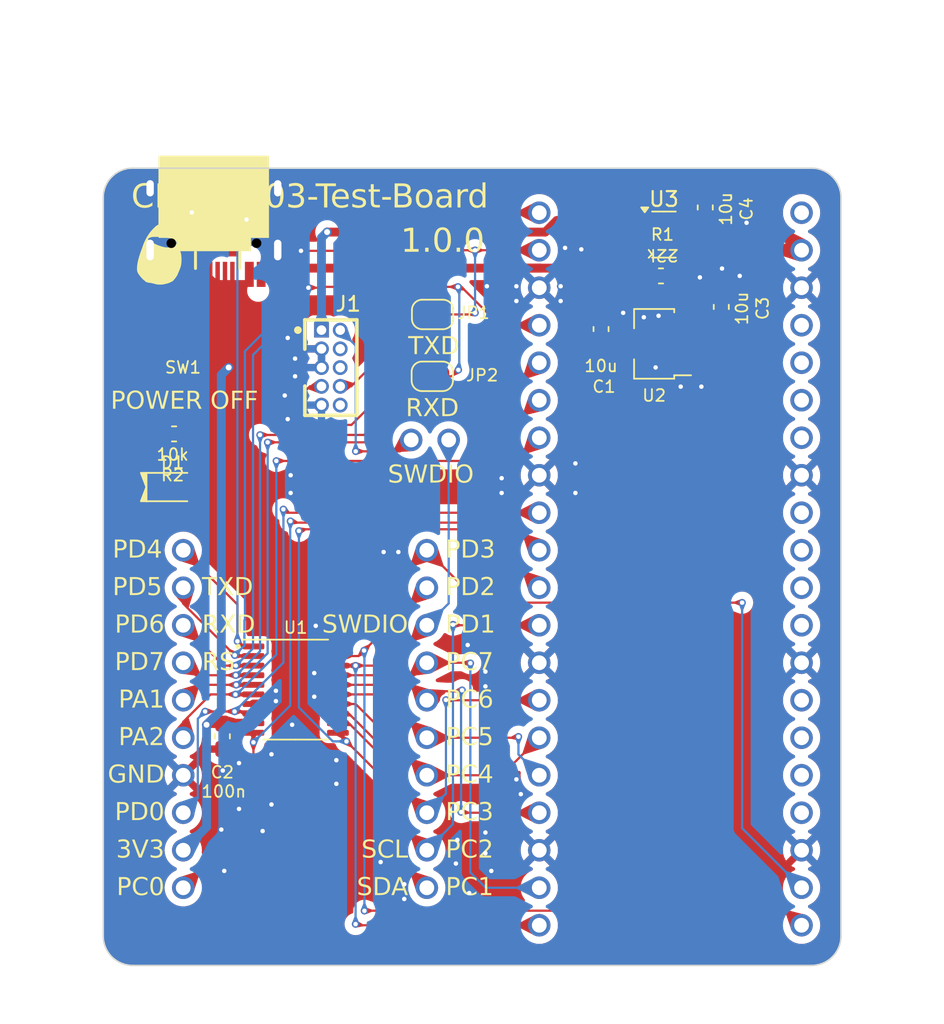
<source format=kicad_pcb>
(kicad_pcb (version 20240108) (generator "pcbnew") (generator_version "8.0")
  (title_block (rev "1.0.0"))
  (layers (0 "F.Cu" signal) (31 "B.Cu" signal) (34 "B.Paste" user) (35 "F.Paste" user) (36 "B.SilkS" user "B.Silkscreen") (37 "F.SilkS" user "F.Silkscreen") (38 "B.Mask" user) (39 "F.Mask" user) (44 "Edge.Cuts" user))
  (net 0 "")
  (net 1 "GND")
  (net 2 "+5V")
  (net 3 "/PD4")
  (net 4 "/PD7")
  (net 5 "/PA1")
  (net 6 "/PD0")
  (net 7 "/PD5")
  (net 8 "/PC0")
  (net 9 "/PA2")
  (net 10 "/PD6")
  (net 11 "/PC4")
  (net 12 "/PC1")
  (net 13 "/PD1")
  (net 14 "/PD3")
  (net 15 "/PC6")
  (net 16 "/PD2")
  (net 17 "/PC5")
  (net 18 "/PC3")
  (net 19 "/PC2")
  (net 20 "/PC7")
  (net 33 "/SWD_TXD")
  (net 36 "/SWD_SWDIO")
  (net 37 "/SWD_RXD")
  (net 39 "+3V3")
  (net 40 "VBUS")
  (net 41 "Net-(U3-EN#)")
  (net 42 "Net-(U3-ISET)")
  (net 44 "Net-(D1-A)")
  (footprint "74th:Capacitor_0603_1608_WithSizeText" (layer "F.Cu") (at 94.8875 39.5 90)
    (property "Reference" "C3")
    (property "Value" "10u" (hide yes))
  )
  (footprint "Package_TO_SOT_SMD:SOT-23-6" (layer "F.Cu") (at 91 34.5)
    (property "Reference" "U3")
    (property "Value" "CH217K")
  )
  (footprint "74th:PinOut_Pin_10" (layer "F.Cu") (at 74.93 55.88 -90)
    (property "Reference" "CH2" (hide yes))
    (property "Value" "Pin_10" (hide yes))
  )
  (footprint "74th:Connector_USB-C-Receptacle_SMT_12-Pin_Simple" (layer "F.Cu") (at 60.5 31.465 180)
    (property "Reference" "J2" (hide yes))
    (property "Value" "USB2.0-C_SMT")
  )
  (footprint "74th:Capacitor_0603_1608_WithSizeText" (layer "F.Cu") (at 57.7 48)
    (property "Reference" "R2")
    (property "Value" "10k" (hide yes))
  )
  (footprint "74th:SolderJumper-2" (layer "F.Cu") (at 75.32 39.91 180)
    (property "Reference" "JP1")
    (property "Value" "SWD TXD")
  )
  (footprint "74th:Package_SOT-89-3" (layer "F.Cu") (at 90.3375 41.9 180)
    (property "Reference" "U2")
    (property "Value" "AMS1117")
  )
  (footprint "74th:Capacitor_0603_1608_WithSizeText" (layer "F.Cu") (at 61.07 68.3825 -90)
    (property "Reference" "C2")
    (property "Value" "100n" (hide yes))
  )
  (footprint "74th:PinOut_Pin_20" (layer "F.Cu") (at 82.55 33.02 -90)
    (property "Reference" "CH6" (hide yes))
    (property "Value" "Pin_19" (hide yes))
  )
  (footprint "74th:Switch_SKRPABE010" (layer "F.Cu") (at 58.4 43.5)
    (property "Reference" "SW1")
    (property "Value" "SW_Push" (hide yes))
  )
  (footprint "74th:PinOut_Pin_2" (layer "F.Cu") (at 76.41 48.41 180)
    (property "Reference" "JP3" (hide yes))
    (property "Value" "SWD SWDIO")
  )
  (footprint "74th:PinOut_Pin_20" (layer "F.Cu") (at 100.33 33.02 -90)
    (property "Reference" "CH5" (hide yes))
    (property "Value" "Pin_19" (hide yes))
  )
  (footprint "74th:Capacitor_0603_1608_WithSizeText" (layer "F.Cu") (at 90.9 37.3 180)
    (property "Reference" "R1")
    (property "Value" "22k" (hide yes))
  )
  (footprint "74th:PinOut_Pin_10" (layer "F.Cu") (at 58.42 55.88 -90)
    (property "Reference" "CH1" (hide yes))
    (property "Value" "Pin_10" (hide yes))
  )
  (footprint "74th:Package_TSSOP-20_4.4x6.5mm_P0.65mm" (layer "F.Cu") (at 66.04 65.32)
    (property "Reference" "U1")
    (property "Value" "CH32V003F4P6")
  )
  (footprint "74th:Logo_74th_5mm" (layer "F.Cu") (at 57 36)
    (property "Reference" "MISC-ICON" (hide yes))
    (property "Value" "LOGO" (hide yes))
  )
  (footprint "74th:Connector_HalfPinHeader_SWD" (layer "F.Cu") (at 67.79 40.97)
    (property "Reference" "J1")
    (property "Value" "SWD_10Pin_MCU-Side" (hide yes))
  )
  (footprint "74th:Capacitor_0603_1608_WithSizeText" (layer "F.Cu") (at 86.7375 41 90)
    (property "Reference" "C1")
    (property "Value" "10u" (hide yes))
  )
  (footprint "74th:LED_0805_2012" (layer "F.Cu") (at 57.7 51.6)
    (property "Reference" "D1")
    (property "Value" "LED" (hide yes))
  )
  (footprint "74th:SolderJumper-2" (layer "F.Cu") (at 75.3 44.1 180)
    (property "Reference" "JP2")
    (property "Value" "SWD RXD")
  )
  (footprint "74th:Capacitor_0603_1608_WithSizeText" (layer "F.Cu") (at 93.8 32.7625 90)
    (property "Reference" "C4")
    (property "Value" "10u" (hide yes))
  )
  (gr_line (start 101 30) (end 55 30) (stroke (width 0.1)) (layer "Edge.Cuts"))
  (gr_arc (start 55 84) (mid 53.585786 83.414214) (end 53 82) (stroke (width 0.1)) (layer "Edge.Cuts"))
  (gr_line (start 55 84) (end 101 84) (stroke (width 0.1)) (layer "Edge.Cuts"))
  (gr_line (start 103 32) (end 103 82) (stroke (width 0.1)) (layer "Edge.Cuts"))
  (gr_line (start 53 82) (end 53 32) (stroke (width 0.1)) (layer "Edge.Cuts"))
  (gr_arc (start 101 30) (mid 102.414214 30.585786) (end 103 32) (stroke (width 0.1)) (layer "Edge.Cuts"))
  (gr_arc (start 103 82) (mid 102.414214 83.414214) (end 101 84) (stroke (width 0.1)) (layer "Edge.Cuts"))
  (gr_arc (start 53 32) (mid 53.585786 30.585786) (end 55 30) (stroke (width 0.1)) (layer "Edge.Cuts"))
  (gr_text "3V3" (at 57.15 76.2 0) (layer "F.SilkS") (effects (font (size 1.2 1.2) (thickness 0.12)) (justify right)))
  (gr_text "PD1" (at 76.2 60.96 0) (layer "F.SilkS") (effects (font (size 1.2 1.2) (thickness 0.12)) (justify left)))
  (gr_text "SWDIO" (at 73.66 60.96 0) (layer "F.SilkS") (effects (font (size 1.2 1.2) (thickness 0.12)) (justify right)))
  (gr_text "GND" (at 57.15 71.12 0) (layer "F.SilkS") (effects (font (size 1.2 1.2) (thickness 0.12)) (justify right)))
  (gr_text "PA2" (at 57.15 68.58 0) (layer "F.SilkS") (effects (font (size 1.2 1.2) (thickness 0.12)) (justify right)))
  (gr_text "PD0" (at 57.15 73.66 0) (layer "F.SilkS") (effects (font (size 1.2 1.2) (thickness 0.12)) (justify right)))
  (gr_text "PD5" (at 57 58.42 0) (layer "F.SilkS") (effects (font (size 1.2 1.2) (thickness 0.12)) (justify right)))
  (gr_text "PC5" (at 76.2 68.58 0) (layer "F.SilkS") (effects (font (size 1.2 1.2) (thickness 0.12)) (justify left)))
  (gr_text "PD3" (at 76.2 55.88 0) (layer "F.SilkS") (effects (font (size 1.2 1.2) (thickness 0.12)) (justify left)))
  (gr_text "PC2" (at 76.2 76.2 0) (layer "F.SilkS") (effects (font (size 1.2 1.2) (thickness 0.12)) (justify left)))
  (gr_text "TXD" (at 59.69 58.42 0) (layer "F.SilkS") (effects (font (size 1.2 1.2) (thickness 0.12)) (justify left)))
  (gr_text "TXD" (at 75.4 42.1 0) (layer "F.SilkS") (effects (font (size 1.2 1.2) (thickness 0.12))))
  (gr_text "SCL" (at 73.66 76.2 0) (layer "F.SilkS") (effects (font (size 1.2 1.2) (thickness 0.12)) (justify right)))
  (gr_text "CH32V003-Test-Board" (at 67 32 0) (layer "F.SilkS") (effects (font (size 1.6 1.6) (thickness 0.12))))
  (gr_text "RXD" (at 75.3 46.3 0) (layer "F.SilkS") (effects (font (size 1.2 1.2) (thickness 0.12))))
  (gr_text "PC7" (at 76.2 63.5 0) (layer "F.SilkS") (effects (font (size 1.2 1.2) (thickness 0.12)) (justify left)))
  (gr_text "PD2" (at 76.2 58.42 0) (layer "F.SilkS") (effects (font (size 1.2 1.2) (thickness 0.12)) (justify left)))
  (gr_text "PC0" (at 57.15 78.74 0) (layer "F.SilkS") (effects (font (size 1.2 1.2) (thickness 0.12)) (justify right)))
  (gr_text "PC4" (at 76.2 71.12 0) (layer "F.SilkS") (effects (font (size 1.2 1.2) (thickness 0.12)) (justify left)))
  (gr_text "SDA" (at 73.66 78.74 0) (layer "F.SilkS") (effects (font (size 1.2 1.2) (thickness 0.12)) (justify right)))
  (gr_text "PD6" (at 57.15 60.96 0) (layer "F.SilkS") (effects (font (size 1.2 1.2) (thickness 0.12)) (justify right)))
  (gr_text "RS" (at 59.69 63.5 0) (layer "F.SilkS") (effects (font (size 1.2 1.2) (thickness 0.12)) (justify left)))
  (gr_text "PA1" (at 57.15 66.04 0) (layer "F.SilkS") (effects (font (size 1.2 1.2) (thickness 0.12)) (justify right)))
  (gr_text "PC6" (at 76.2 66.04 0) (layer "F.SilkS") (effects (font (size 1.2 1.2) (thickness 0.12)) (justify left)))
  (gr_text "SWDIO" (at 75.2 50.8 0) (layer "F.SilkS") (effects (font (size 1.2 1.2) (thickness 0.12))))
  (gr_text "PC1" (at 76.2 78.74 0) (layer "F.SilkS") (effects (font (size 1.2 1.2) (thickness 0.12)) (justify left)))
  (gr_text "PC3" (at 76.2 73.66 0) (layer "F.SilkS") (effects (font (size 1.2 1.2) (thickness 0.12)) (justify left)))
  (gr_text "${REVISION}" (at 76 35 0) (layer "F.SilkS") (effects (font (size 1.6 1.6) (thickness 0.12))))
  (gr_text "PD7" (at 57.15 63.5 0) (layer "F.SilkS") (effects (font (size 1.2 1.2) (thickness 0.12)) (justify right)))
  (gr_text "RXD" (at 59.69 60.96 0) (layer "F.SilkS") (effects (font (size 1.2 1.2) (thickness 0.12)) (justify left)))
  (gr_text "PD4" (at 57 55.88 0) (layer "F.SilkS") (effects (font (size 1.2 1.2) (thickness 0.12)) (justify right)))
  (segment (start 63.1775 66.295) (end 64.505 66.295) (width 0.6) (layer "F.Cu") (net 1))
  (segment (start 64.505 66.295) (end 64.7 66.1) (width 0.6) (layer "F.Cu") (net 1))
  (via (at 79 38) (size 0.5) (drill 0.3) (layers "F.Cu" "B.Cu") (net 1))
  (via (at 85 52) (size 0.5) (drill 0.3) (layers "F.Cu" "B.Cu") (net 1))
  (via (at 96.6 33.7) (size 0.5) (drill 0.3) (layers "F.Cu" "B.Cu") (net 1))
  (via (at 65.8 67.7) (size 0.5) (drill 0.3) (layers "F.Cu" "B.Cu") (net 1))
  (via (at 78.9 76.4) (size 0.5) (drill 0.3) (layers "F.Cu" "B.Cu") (net 1))
  (via (at 67.3 64.2) (size 0.5) (drill 0.3) (layers "F.Cu" "B.Cu") (net 1))
  (via (at 67.3 65.8) (size 0.5) (drill 0.3) (layers "F.Cu" "B.Cu") (net 1))
  (via (at 62.2 73.4) (size 0.5) (drill 0.3) (layers "F.Cu" "B.Cu") (net 1))
  (via (at 78.9 64.1) (size 0.5) (drill 0.3) (layers "F.Cu" "B.Cu") (net 1))
  (via (at 65.7 52) (size 0.5) (drill 0.3) (layers "F.Cu" "B.Cu") (net 1))
  (via (at 65.5 41.5) (size 0.5) (drill 0.3) (layers "F.Cu" "B.Cu") (net 1))
  (via (at 80 51) (size 0.5) (drill 0.3) (layers "F.Cu" "B.Cu") (net 1))
  (via (at 81 39) (size 0.5) (drill 0.3) (layers "F.Cu" "B.Cu") (net 1))
  (via (at 84 38) (size 0.5) (drill 0.3) (layers "F.Cu" "B.Cu") (net 1))
  (via (at 61.1 70.8) (size 0.5) (drill 0.3) (layers "F.Cu" "B.Cu") (net 1))
  (via (at 96.1375 37.3) (size 0.5) (drill 0.3) (layers "F.Cu" "B.Cu") (net 1))
  (via (at 89.6375 40.1) (size 0.5) (drill 0.3) (layers "F.Cu" "B.Cu") (net 1))
  (via (at 81.3 72.4) (size 0.5) (drill 0.3) (layers "F.Cu" "B.Cu") (net 1))
  (via (at 64.7 66.1) (size 0.5) (drill 0.3) (layers "F.Cu" "B.Cu") (net 1))
  (via (at 92.1375 44.8) (size 0.5) (drill 0.3) (layers "F.Cu" "B.Cu") (net 1))
  (via (at 78.9 65.1) (size 0.5) (drill 0.3) (layers "F.Cu" "B.Cu") (net 1))
  (via (at 63.8 74.9) (size 0.5) (drill 0.3) (layers "F.Cu" "B.Cu") (net 1))
  (via (at 84.3 35.4) (size 0.5) (drill 0.3) (layers "F.Cu" "B.Cu") (net 1))
  (via (at 94.9375 36.8) (size 0.5) (drill 0.3) (layers "F.Cu" "B.Cu") (net 1))
  (via (at 77.7 62.3) (size 0.5) (drill 0.3) (layers "F.Cu" "B.Cu") (net 1))
  (via (at 67.4 61) (size 0.5) (drill 0.3) (layers "F.Cu" "B.Cu") (net 1))
  (via (at 73.4 78.5) (size 0.5) (drill 0.3) (layers "F.Cu" "B.Cu") (net 1))
  (via (at 65.7 50.8) (size 0.5) (drill 0.3) (layers "F.Cu" "B.Cu") (net 1))
  (via (at 71.8 77) (size 0.5) (drill 0.3) (layers "F.Cu" "B.Cu") (net 1))
  (via (at 59 33) (size 0.5) (drill 0.3) (layers "F.Cu" "B.Cu") (net 1))
  (via (at 81 71.4) (size 0.5) (drill 0.3) (layers "F.Cu" "B.Cu") (net 1))
  (via (at 88.2375 39.8) (size 0.5) (drill 0.3) (layers "F.Cu" "B.Cu") (net 1))
  (via (at 73.4 79.5) (size 0.5) (drill 0.3) (layers "F.Cu" "B.Cu") (net 1))
  (via (at 72 56) (size 0.5) (drill 0.3) (layers "F.Cu" "B.Cu") (net 1))
  (via (at 90.4375 43.5) (size 0.5) (drill 0.3) (layers "F.Cu" "B.Cu") (net 1))
  (via (at 66 44.1) (size 0.5) (drill 0.3) (layers "F.Cu" "B.Cu") (net 1))
  (via (at 64.4 69.7) (size 0.5) (drill 0.3) (layers "F.Cu" "B.Cu") (net 1))
  (via (at 62.2 70.3) (size 0.5) (drill 0.3) (layers "F.Cu" "B.Cu") (net 1))
  (via (at 80 52) (size 0.5) (drill 0.3) (layers "F.Cu" "B.Cu") (net 1))
  (via (at 90.6375 40) (size 0.5) (drill 0.3) (layers "F.Cu" "B.Cu") (net 1))
  (via (at 93.4375 37.4) (size 0.5) (drill 0.3) (layers "F.Cu" "B.Cu") (net 1))
  (via (at 79.3 77.6) (size 0.5) (drill 0.3) (layers "F.Cu" "B.Cu") (net 1))
  (via (at 65.5 47) (size 0.5) (drill 0.3) (layers "F.Cu" "B.Cu") (net 1))
  (via (at 64.7 65.4) (size 0.5) (drill 0.3) (layers "F.Cu" "B.Cu") (net 1))
  (via (at 85.4 35.5) (size 0.5) (drill 0.3) (layers "F.Cu" "B.Cu") (net 1))
  (via (at 93.5375 44.8) (size 0.5) (drill 0.3) (layers "F.Cu" "B.Cu") (net 1))
  (via (at 61.2 77.6) (size 0.5) (drill 0.3) (layers "F.Cu" "B.Cu") (net 1))
  (via (at 76.9 77.1) (size 0.5) (drill 0.3) (layers "F.Cu" "B.Cu") (net 1))
  (via (at 81 38) (size 0.5) (drill 0.3) (layers "F.Cu" "B.Cu") (net 1))
  (via (at 66 42.9) (size 0.5) (drill 0.3) (layers "F.Cu" "B.Cu") (net 1))
  (via (at 77.8 79.1) (size 0.5) (drill 0.3) (layers "F.Cu" "B.Cu") (net 1))
  (via (at 77 75.5) (size 0.5) (drill 0.3) (layers "F.Cu" "B.Cu") (net 1))
  (via (at 85 50) (size 0.5) (drill 0.3) (layers "F.Cu" "B.Cu") (net 1))
  (via (at 64.4 73.1) (size 0.5) (drill 0.3) (layers "F.Cu" "B.Cu") (net 1))
  (via (at 61 74.8) (size 0.5) (drill 0.3) (layers "F.Cu" "B.Cu") (net 1))
  (via (at 68.8 70.1) (size 0.5) (drill 0.3) (layers "F.Cu" "B.Cu") (net 1))
  (via (at 78.9 75) (size 0.5) (drill 0.3) (layers "F.Cu" "B.Cu") (net 1))
  (via (at 73 56) (size 0.5) (drill 0.3) (layers "F.Cu" "B.Cu") (net 1))
  (via (at 68.8 71.7) (size 0.5) (drill 0.3) (layers "F.Cu" "B.Cu") (net 1))
  (via (at 84 39) (size 0.5) (drill 0.3) (layers "F.Cu" "B.Cu") (net 1))
  (via (at 65.3 45.4) (size 0.5) (drill 0.3) (layers "F.Cu" "B.Cu") (net 1))
  (segment (start 92.425 40.2625) (end 92.2875 40.4) (width 0.6) (layer "F.Cu") (net 2))
  (segment (start 94.8875 40.2625) (end 92.425 40.2625) (width 0.6) (layer "F.Cu") (net 2))
  (segment (start 86.8 33.8) (end 87.05 33.55) (width 0.6) (layer "F.Cu") (net 2))
  (segment (start 86.8 37.8) (end 86.8 33.8) (width 0.6) (layer "F.Cu") (net 2))
  (segment (start 87.73 38.73) (end 86.8 37.8) (width 0.6) (layer "F.Cu") (net 2))
  (segment (start 94.79 40.2625) (end 93.2575 38.73) (width 0.6) (layer "F.Cu") (net 2))
  (segment (start 93.2575 38.73) (end 87.73 38.73) (width 0.6) (layer "F.Cu") (net 2))
  (segment (start 94.8875 40.2625) (end 94.79 40.2625) (width 0.6) (layer "F.Cu") (net 2))
  (segment (start 87.05 33.55) (end 89.8625 33.55) (width 0.6) (layer "F.Cu") (net 2))
  (segment (start 62.091634 59.551634) (end 58.42 55.88) (width 0.15) (layer "F.Cu") (net 3))
  (segment (start 63.1775 62.395) (end 62.440001 62.395) (width 0.15) (layer "F.Cu") (net 3))
  (segment (start 62.091634 62.046633) (end 62.091634 59.551634) (width 0.15) (layer "F.Cu") (net 3))
  (segment (start 62.71 33.48) (end 63.17 33.02) (width 0.15) (layer "F.Cu") (net 3))
  (segment (start 62.440001 62.395) (end 62.091634 62.046633) (width 0.15) (layer "F.Cu") (net 3))
  (segment (start 63.17 33.02) (end 82.55 33.02) (width 0.15) (layer "F.Cu") (net 3))
  (via (at 62.091634 62.046633) (size 0.5) (drill 0.3) (layers "F.Cu" "B.Cu") (net 3))
  (via (at 62.71 33.48) (size 0.5) (drill 0.3) (layers "F.Cu" "B.Cu") (net 3))
  (segment (start 62.71 33.48) (end 62.091634 34.098366) (width 0.15) (layer "B.Cu") (net 3))
  (segment (start 62.091634 34.098366) (end 62.091634 62.046633) (width 0.15) (layer "B.Cu") (net 3))
  (segment (start 79.47 46.26) (end 72.48 46.26) (width 0.15) (layer "F.Cu") (net 4))
  (segment (start 72.48 46.26) (end 70.67 48.07) (width 0.15) (layer "F.Cu") (net 4))
  (segment (start 82.55 43.18) (end 79.47 46.26) (width 0.15) (layer "F.Cu") (net 4))
  (segment (start 70.67 48.07) (end 63.625 48.07) (width 0.15) (layer "F.Cu") (net 4))
  (segment (start 61.98 64.345) (end 59.265 64.345) (width 0.15) (layer "F.Cu") (net 4))
  (segment (start 63.1775 64.345) (end 61.98 64.345) (width 0.15) (layer "F.Cu") (net 4))
  (segment (start 59.265 64.345) (end 58.42 63.5) (width 0.15) (layer "F.Cu") (net 4))
  (via (at 63.625 48.07) (size 0.5) (drill 0.3) (layers "F.Cu" "B.Cu") (net 4))
  (via (at 61.98 64.345) (size 0.5) (drill 0.3) (layers "F.Cu" "B.Cu") (net 4))
  (segment (start 63.625 48.07) (end 63.625 62.721752) (width 0.15) (layer "B.Cu") (net 4))
  (segment (start 62.001752 64.345) (end 61.98 64.345) (width 0.15) (layer "B.Cu") (net 4))
  (segment (start 63.625 62.721752) (end 62.001752 64.345) (width 0.15) (layer "B.Cu") (net 4))
  (segment (start 73.24 46.7) (end 71.37 48.57) (width 0.15) (layer "F.Cu") (net 5))
  (segment (start 71.37 48.57) (end 64.14 48.57) (width 0.15) (layer "F.Cu") (net 5))
  (segment (start 81.57 46.7) (end 73.24 46.7) (width 0.15) (layer "F.Cu") (net 5))
  (segment (start 59.465 64.995) (end 58.42 66.04) (width 0.15) (layer "F.Cu") (net 5))
  (segment (start 62.01 64.995) (end 59.465 64.995) (width 0.15) (layer "F.Cu") (net 5))
  (segment (start 82.55 45.72) (end 81.57 46.7) (width 0.15) (layer "F.Cu") (net 5))
  (segment (start 63.1775 64.995) (end 62.01 64.995) (width 0.15) (layer "F.Cu") (net 5))
  (via (at 62.01 64.995) (size 0.5) (drill 0.3) (layers "F.Cu" "B.Cu") (net 5))
  (via (at 64.14 48.57) (size 0.5) (drill 0.3) (layers "F.Cu" "B.Cu") (net 5))
  (segment (start 64.14 48.57) (end 64.14 62.856752) (width 0.15) (layer "B.Cu") (net 5))
  (segment (start 62.01 64.986752) (end 62.01 64.995) (width 0.15) (layer "B.Cu") (net 5))
  (segment (start 64.14 62.856752) (end 62.01 64.986752) (width 0.15) (layer "B.Cu") (net 5))
  (segment (start 65.205 53.11) (end 65.435 53.34) (width 0.15) (layer "F.Cu") (net 6))
  (segment (start 61.9 66.8) (end 59.9 66.8) (width 0.15) (layer "F.Cu") (net 6))
  (segment (start 63.0325 66.8) (end 61.9 66.8) (width 0.15) (layer "F.Cu") (net 6))
  (segment (start 65.435 53.34) (end 82.55 53.34) (width 0.15) (layer "F.Cu") (net 6))
  (segment (start 63.1775 66.945) (end 63.0325 66.8) (width 0.15) (layer "F.Cu") (net 6))
  (via (at 59.9 66.8) (size 0.5) (drill 0.3) (layers "F.Cu" "B.Cu") (net 6))
  (via (at 61.9 66.8) (size 0.5) (drill 0.3) (layers "F.Cu" "B.Cu") (net 6))
  (via (at 65.205 53.11) (size 0.5) (drill 0.3) (layers "F.Cu" "B.Cu") (net 6))
  (segment (start 65.21 53.115) (end 65.21 63.49) (width 0.15) (layer "B.Cu") (net 6))
  (segment (start 59.407 72.673) (end 58.42 73.66) (width 0.15) (layer "B.Cu") (net 6))
  (segment (start 59.9 66.8) (end 59.407 67.293) (width 0.15) (layer "B.Cu") (net 6))
  (segment (start 65.205 53.11) (end 65.21 53.115) (width 0.15) (layer "B.Cu") (net 6))
  (segment (start 59.407 67.293) (end 59.407 72.673) (width 0.15) (layer "B.Cu") (net 6))
  (segment (start 65.21 63.49) (end 61.9 66.8) (width 0.15) (layer "B.Cu") (net 6))
  (segment (start 58.42 59.49763) (end 58.42 58.42) (width 0.15) (layer "F.Cu") (net 7))
  (segment (start 61.911185 62.988815) (end 58.42 59.49763) (width 0.15) (layer "F.Cu") (net 7))
  (segment (start 69.4 35.6) (end 69.44 35.56) (width 0.15) (layer "F.Cu") (net 7))
  (segment (start 75.97 39.91) (end 78.09 39.91) (width 0.15) (layer "F.Cu") (net 7))
  (segment (start 78.2 35.56) (end 82.55 35.56) (width 0.15) (layer "F.Cu") (net 7))
  (segment (start 63.1775 63.045) (end 61.96737 63.045) (width 0.15) (layer "F.Cu") (net 7))
  (segment (start 78.09 39.91) (end 78.2 39.8) (width 0.15) (layer "F.Cu") (net 7))
  (segment (start 69.44 35.56) (end 78.2 35.56) (width 0.15) (layer "F.Cu") (net 7))
  (segment (start 66.4 35.6) (end 69.4 35.6) (width 0.15) (layer "F.Cu") (net 7))
  (segment (start 61.96737 63.045) (end 61.911185 62.988815) (width 0.15) (layer "F.Cu") (net 7))
  (via (at 66.4 35.6) (size 0.5) (drill 0.3) (layers "F.Cu" "B.Cu") (net 7))
  (via (at 61.911185 62.988815) (size 0.5) (drill 0.3) (layers "F.Cu" "B.Cu") (net 7))
  (via (at 78.2 35.56) (size 0.5) (drill 0.3) (layers "F.Cu" "B.Cu") (net 7))
  (via (at 78.2 39.8) (size 0.5) (drill 0.3) (layers "F.Cu" "B.Cu") (net 7))
  (segment (start 62.566634 60.633366) (end 62.566634 62.333366) (width 0.15) (layer "B.Cu") (net 7))
  (segment (start 78.2 39.8) (end 78.2 35.56) (width 0.15) (layer "B.Cu") (net 7))
  (segment (start 66.4 38.6) (end 62.6 42.4) (width 0.15) (layer "B.Cu") (net 7))
  (segment (start 62.6 60.6) (end 62.566634 60.633366) (width 0.15) (layer "B.Cu") (net 7))
  (segment (start 62.566634 62.333366) (end 61.911185 62.988815) (width 0.15) (layer "B.Cu") (net 7))
  (segment (start 62.6 42.4) (end 62.6 60.6) (width 0.15) (layer "B.Cu") (net 7))
  (segment (start 66.4 35.6) (end 66.4 38.6) (width 0.15) (layer "B.Cu") (net 7))
  (segment (start 58.42 78.74) (end 63.1775 73.9825) (width 0.15) (layer "F.Cu") (net 8))
  (segment (start 65.685 53.91) (end 65.785 54.01) (width 0.15) (layer "F.Cu") (net 8))
  (segment (start 65.785 54.01) (end 80.68 54.01) (width 0.15) (layer "F.Cu") (net 8))
  (segment (start 63.1775 68.89) (end 63.1775 68.245) (width 0.15) (layer "F.Cu") (net 8))
  (segment (start 63.1775 73.9825) (end 63.1775 68.89) (width 0.15) (layer "F.Cu") (net 8))
  (segment (start 80.68 54.01) (end 82.55 55.88) (width 0.15) (layer "F.Cu") (net 8))
  (via (at 65.685 53.91) (size 0.5) (drill 0.3) (layers "F.Cu" "B.Cu") (net 8))
  (via (at 63.1775 68.89) (size 0.5) (drill 0.3) (layers "F.Cu" "B.Cu") (net 8))
  (segment (start 65.67 53.925) (end 65.67 66.3975) (width 0.15) (layer "B.Cu") (net 8))
  (segment (start 65.67 66.3975) (end 63.1775 68.89) (width 0.15) (layer "B.Cu") (net 8))
  (segment (start 65.685 53.91) (end 65.67 53.925) (width 0.15) (layer "B.Cu") (net 8))
  (segment (start 58.42 67.50237) (end 60.27737 65.645) (width 0.15) (layer "F.Cu") (net 9))
  (segment (start 80.98 49.83) (end 64.73 49.83) (width 0.15) (layer "F.Cu") (net 9))
  (segment (start 82.55 48.26) (end 80.98 49.83) (width 0.15) (layer "F.Cu") (net 9))
  (segment (start 58.42 68.58) (end 58.42 67.50237) (width 0.15) (layer "F.Cu") (net 9))
  (segment (start 60.27737 65.645) (end 61.96 65.645) (width 0.15) (layer "F.Cu") (net 9))
  (segment (start 61.96 65.645) (end 63.1775 65.645) (width 0.15) (layer "F.Cu") (net 9))
  (via (at 61.96 65.645) (size 0.5) (drill 0.3) (layers "F.Cu" "B.Cu") (net 9))
  (via (at 64.73 49.83) (size 0.5) (drill 0.3) (layers "F.Cu" "B.Cu") (net 9))
  (segment (start 64.73 49.83) (end 64.73 62.946752) (width 0.15) (layer "B.Cu") (net 9))
  (segment (start 64.73 62.946752) (end 62.031752 65.645) (width 0.15) (layer "B.Cu") (net 9))
  (segment (start 62.031752 65.645) (end 61.96 65.645) (width 0.15) (layer "B.Cu") (net 9))
  (segment (start 67.76 38.04) (end 77.04 38.04) (width 0.15) (layer "F.Cu") (net 10))
  (segment (start 76.63 44.1) (end 77.065 43.665) (width 0.15) (layer "F.Cu") (net 10))
  (segment (start 75.95 44.1) (end 76.63 44.1) (width 0.15) (layer "F.Cu") (net 10))
  (segment (start 66.9 38.1) (end 67.7 38.1) (width 0.15) (layer "F.Cu") (net 10))
  (segment (start 61.98 63.695) (end 61.155 63.695) (width 0.15) (layer "F.Cu") (net 10))
  (segment (start 63.1775 63.695) (end 61.98 63.695) (width 0.15) (layer "F.Cu") (net 10))
  (segment (start 79.87 40.64) (end 77.27 38.04) (width 0.15) (layer "F.Cu") (net 10))
  (segment (start 61.155 63.695) (end 58.42 60.96) (width 0.15) (layer "F.Cu") (net 10))
  (segment (start 67.7 38.1) (end 67.76 38.04) (width 0.15) (layer "F.Cu") (net 10))
  (segment (start 77.27 38.04) (end 77.04 38.04) (width 0.15) (layer "F.Cu") (net 10))
  (segment (start 82.55 40.64) (end 79.87 40.64) (width 0.15) (layer "F.Cu") (net 10))
  (via (at 77.065 43.665) (size 0.5) (drill 0.3) (layers "F.Cu" "B.Cu") (net 10))
  (via (at 66.9 38.1) (size 0.5) (drill 0.3) (layers "F.Cu" "B.Cu") (net 10))
  (via (at 61.98 63.695) (size 0.5) (drill 0.3) (layers "F.Cu" "B.Cu") (net 10))
  (via (at 77.04 38.04) (size 0.5) (drill 0.3) (layers "F.Cu" "B.Cu") (net 10))
  (segment (start 77.13 38.13) (end 77.04 38.04) (width 0.15) (layer "B.Cu") (net 10))
  (segment (start 63.15 62.525) (end 61.98 63.695) (width 0.15) (layer "B.Cu") (net 10))
  (segment (start 66.9 38.9) (end 63.15 42.65) (width 0.15) (layer "B.Cu") (net 10))
  (segment (start 77.13 43.6) (end 77.13 38.13) (width 0.15) (layer "B.Cu") (net 10))
  (segment (start 63.15 42.65) (end 63.15 62.525) (width 0.15) (layer "B.Cu") (net 10))
  (segment (start 66.9 38.1) (end 66.9 38.9) (width 0.15) (layer "B.Cu") (net 10))
  (segment (start 68.9025 66.295) (end 70.105 66.295) (width 0.15) (layer "F.Cu") (net 11))
  (segment (start 82.55 68.58) (end 80.01 71.12) (width 0.15) (layer "F.Cu") (net 11))
  (segment (start 80.01 71.12) (end 74.93 71.12) (width 0.15) (layer "F.Cu") (net 11))
  (segment (start 70.105 66.295) (end 74.93 71.12) (width 0.15) (layer "F.Cu") (net 11))
  (segment (start 74.93 78.74) (end 71.9 75.71) (width 0.15) (layer "F.Cu") (net 12))
  (segment (start 82.55 58.42) (end 78.59 54.46) (width 0.15) (layer "F.Cu") (net 12))
  (segment (start 69.48375 68.82625) (end 68.9025 68.245) (width 0.15) (layer "F.Cu") (net 12))
  (segment (start 66.37 54.46) (end 78.59 54.46) (width 0.15) (layer "F.Cu") (net 12))
  (segment (start 71.9 75.71) (end 71.9 71.2425) (width 0.15) (layer "F.Cu") (net 12))
  (segment (start 66.37 54.46) (end 66.26 54.57) (width 0.15) (layer "F.Cu") (net 12))
  (segment (start 71.9 71.2425) (end 69.48375 68.82625) (width 0.15) (layer "F.Cu") (net 12))
  (via (at 69.48375 68.82625) (size 0.5) (drill 0.3) (layers "F.Cu" "B.Cu") (net 12))
  (via (at 66.26 54.57) (size 0.5) (drill 0.3) (layers "F.Cu" "B.Cu") (net 12))
  (segment (start 66.26 54.57) (end 66.26 66.53) (width 0.15) (layer "B.Cu") (net 12))
  (segment (start 68.55625 68.82625) (end 69.48375 68.82625) (width 0.15) (layer "B.Cu") (net 12))
  (segment (start 66.26 66.53) (end 68.55625 68.82625) (width 0.15) (layer "B.Cu") (net 12))
  (segment (start 70.1 63.695) (end 68.9025 63.695) (width 0.15) (layer "F.Cu") (net 13))
  (segment (start 82.55 81.28) (end 70.18 81.28) (width 0.15) (layer "F.Cu") (net 13))
  (segment (start 72.195 63.695) (end 70.1 63.695) (width 0.15) (layer "F.Cu") (net 13))
  (segment (start 74.93 60.96) (end 72.195 63.695) (width 0.15) (layer "F.Cu") (net 13))
  (segment (start 70.18 81.28) (end 70.1 81.2) (width 0.15) (layer "F.Cu") (net 13))
  (via (at 70.1 81.2) (size 0.5) (drill 0.3) (layers "F.Cu" "B.Cu") (net 13))
  (via (at 70.1 63.695) (size 0.5) (drill 0.3) (layers "F.Cu" "B.Cu") (net 13))
  (segment (start 70.1 81.2) (end 70.1 63.695) (width 0.15) (layer "B.Cu") (net 13))
  (segment (start 76.41 59.48) (end 76.41 48.41) (width 0.15) (layer "B.Cu") (net 13))
  (segment (start 74.93 60.96) (end 76.41 59.48) (width 0.15) (layer "B.Cu") (net 13))
  (segment (start 74.93 55.88) (end 78.48 59.43) (width 0.15) (layer "F.Cu") (net 14))
  (segment (start 74.93 55.88) (end 68.9025 61.9075) (width 0.15) (layer "F.Cu") (net 14))
  (segment (start 78.48 59.43) (end 96.3 59.43) (width 0.15) (layer "F.Cu") (net 14))
  (segment (start 68.9025 61.9075) (end 68.9025 62.395) (width 0.15) (layer "F.Cu") (net 14))
  (via (at 96.3 59.43) (size 0.5) (drill 0.3) (layers "F.Cu" "B.Cu") (net 14))
  (segment (start 96.3 59.43) (end 96.3 74.71) (width 0.15) (layer "B.Cu") (net 14))
  (segment (start 96.3 74.71) (end 100.33 78.74) (width 0.15) (layer "B.Cu") (net 14))
  (segment (start 74.93 66.04) (end 73.885 64.995) (width 0.15) (layer "F.Cu") (net 15))
  (segment (start 77.3 73.66) (end 77.25 73.61) (width 0.15) (layer "F.Cu") (net 15))
  (segment (start 77.25 65.43) (end 75.54 65.43) (width 0.15) (layer "F.Cu") (net 15))
  (segment (start 82.55 73.66) (end 77.3 73.66) (width 0.15) (layer "F.Cu") (net 15))
  (segment (start 75.54 65.43) (end 74.93 66.04) (width 0.15) (layer "F.Cu") (net 15))
  (segment (start 73.885 64.995) (end 68.9025 64.995) (width 0.15) (layer "F.Cu") (net 15))
  (segment (start 77.32 65.36) (end 77.25 65.43) (width 0.15) (layer "F.Cu") (net 15))
  (via (at 77.32 65.36) (size 0.5) (drill 0.3) (layers "F.Cu" "B.Cu") (net 15))
  (via (at 77.25 73.61) (size 0.5) (drill 0.3) (layers "F.Cu" "B.Cu") (net 15))
  (segment (start 77.25 73.61) (end 77.25 65.43) (width 0.15) (layer "B.Cu") (net 15))
  (segment (start 77.25 65.43) (end 77.32 65.36) (width 0.15) (layer "B.Cu") (net 15))
  (segment (start 70.305 63.045) (end 70.675 62.675) (width 0.15) (layer "F.Cu") (net 16))
  (segment (start 100.33 81.28) (end 99.343 80.293) (width 0.15) (layer "F.Cu") (net 16))
  (segment (start 70.675 62.675) (end 74.93 58.42) (width 0.15) (layer "F.Cu") (net 16))
  (segment (start 68.9025 63.045) (end 70.305 63.045) (width 0.15) (layer "F.Cu") (net 16))
  (segment (start 99.343 80.293) (end 70.707 80.293) (width 0.15) (layer "F.Cu") (net 16))
  (segment (start 70.707 80.293) (end 70.7 80.3) (width 0.15) (layer "F.Cu") (net 16))
  (via (at 70.675 62.675) (size 0.5) (drill 0.3) (layers "F.Cu" "B.Cu") (net 16))
  (via (at 70.7 80.3) (size 0.5) (drill 0.3) (layers "F.Cu" "B.Cu") (net 16))
  (segment (start 70.7 62.7) (end 70.675 62.675) (width 0.15) (layer "B.Cu") (net 16))
  (segment (start 70.7 80.3) (end 70.7 62.7) (width 0.15) (layer "B.Cu") (net 16))
  (segment (start 81.07 68.58) (end 74.93 68.58) (width 0.15) (layer "F.Cu") (net 17))
  (segment (start 71.995 65.645) (end 74.93 68.58) (width 0.15) (layer "F.Cu") (net 17))
  (segment (start 68.9025 65.645) (end 71.995 65.645) (width 0.15) (layer "F.Cu") (net 17))
  (segment (start 81.14 68.51) (end 81.07 68.58) (width 0.15) (layer "F.Cu") (net 17))
  (via (at 81.14 68.51) (size 0.5) (drill 0.3) (layers "F.Cu" "B.Cu") (net 17))
  (segment (start 81.14 69.71) (end 82.55 71.12) (width 0.15) (layer "B.Cu") (net 17))
  (segment (start 81.14 68.51) (end 81.14 69.71) (width 0.15) (layer "B.Cu") (net 17))
  (segment (start 76.245 66.04) (end 76.225 66.02) (width 0.15) (layer "F.Cu") (net 18))
  (segment (start 69.639999 66.945) (end 73.5 70.805001) (width 0.15) (layer "F.Cu") (net 18))
  (segment (start 68.9025 66.945) (end 69.639999 66.945) (width 0.15) (layer "F.Cu") (net 18))
  (segment (start 73.5 70.805001) (end 73.5 72.23) (width 0.15) (layer "F.Cu") (net 18))
  (segment (start 82.55 66.04) (end 76.245 66.04) (width 0.15) (layer "F.Cu") (net 18))
  (segment (start 73.5 72.23) (end 74.93 73.66) (width 0.15) (layer "F.Cu") (net 18))
  (via (at 76.225 66.02) (size 0.5) (drill 0.3) (layers "F.Cu" "B.Cu") (net 18))
  (segment (start 76.225 66.02) (end 76.225 72.365) (width 0.15) (layer "B.Cu") (net 18))
  (segment (start 76.225 72.365) (end 74.93 73.66) (width 0.15) (layer "B.Cu") (net 18))
  (segment (start 72.7 73.97) (end 74.93 76.2) (width 0.15) (layer "F.Cu") (net 19))
  (segment (start 72.7 70.655001) (end 72.7 73.97) (width 0.15) (layer "F.Cu") (net 19))
  (segment (start 82.55 60.96) (end 76.74 60.96) (width 0.15) (layer "F.Cu") (net 19))
  (segment (start 68.9025 67.595) (end 69.639999 67.595) (width 0.15) (layer "F.Cu") (net 19))
  (segment (start 69.639999 67.595) (end 72.7 70.655001) (width 0.15) (layer "F.Cu") (net 19))
  (segment (start 76.74 60.96) (end 76.7 60.92) (width 0.15) (layer "F.Cu") (net 19))
  (via (at 76.7 60.92) (size 0.5) (drill 0.3) (layers "F.Cu" "B.Cu") (net 19))
  (segment (start 76.7 60.92) (end 76.7 74.43) (width 0.15) (layer "B.Cu") (net 19))
  (segment (start 76.7 74.43) (end 74.93 76.2) (width 0.15) (layer "B.Cu") (net 19))
  (segment (start 77.85 63.5) (end 77.88 63.53) (width 0.15) (layer "F.Cu") (net 20))
  (segment (start 74.93 63.5) (end 77.85 63.5) (width 0.15) (layer "F.Cu") (net 20))
  (segment (start 74.085 64.345) (end 74.93 63.5) (width 0.15) (layer "F.Cu") (net 20))
  (segment (start 68.9025 64.345) (end 74.085 64.345) (width 0.15) (layer "F.Cu") (net 20))
  (via (at 77.88 63.53) (size 0.5) (drill 0.3) (layers "F.Cu" "B.Cu") (net 20))
  (segment (start 77.88 77.7) (end 78.92 78.74) (width 0.15) (layer "B.Cu") (net 20))
  (segment (start 78.92 78.74) (end 82.55 78.74) (width 0.15) (layer "B.Cu") (net 20))
  (segment (start 77.88 63.53) (end 77.88 77.7) (width 0.15) (layer "B.Cu") (net 20))
  (segment (start 69.06 44.78) (end 69.8 44.78) (width 0.15) (layer "F.Cu") (net 33))
  (segment (start 69.8 44.78) (end 74.67 39.91) (width 0.15) (layer "F.Cu") (net 33))
  (segment (start 73.1 49.18) (end 70.11 49.18) (width 0.15) (layer "F.Cu") (net 36))
  (segment (start 73.87 48.41) (end 73.1 49.18) (width 0.15) (layer "F.Cu") (net 36))
  (via (at 70.11 49.18) (size 0.5) (drill 0.3) (layers "F.Cu" "B.Cu") (net 36))
  (segment (start 70.11 42.02) (end 69.06 40.97) (width 0.15) (layer "B.Cu") (net 36))
  (segment (start 70.11 49.18) (end 70.11 42.02) (width 0.15) (layer "B.Cu") (net 36))
  (segment (start 74.65 44.1) (end 73.28 45.47) (width 0.15) (layer "F.Cu") (net 37))
  (segment (start 67.79 44.78) (end 67 44.78) (width 0.15) (layer "F.Cu") (net 37))
  (segment (start 66.38 45.4) (end 66.38 46.53) (width 0.15) (layer "F.Cu") (net 37))
  (segment (start 67.24 47.39) (end 69.82 47.39) (width 0.15) (layer "F.Cu") (net 37))
  (segment (start 71.74 45.47) (end 73.28 45.47) (width 0.15) (layer "F.Cu") (net 37))
  (segment (start 69.82 47.39) (end 71.74 45.47) (width 0.15) (layer "F.Cu") (net 37))
  (segment (start 66.38 46.53) (end 67.24 47.39) (width 0.15) (layer "F.Cu") (net 37))
  (segment (start 67 44.78) (end 66.38 45.4) (width 0.15) (layer "F.Cu") (net 37))
  (segment (start 84.428 36.772) (end 82.6 36.772) (width 0.6) (layer "F.Cu") (net 39))
  (segment (start 86.875 41.9) (end 86.7375 41.7625) (width 0.6) (layer "F.Cu") (net 39))
  (segment (start 66.828 36.772) (end 65.5 38.1) (width 0.6) (layer "F.Cu") (net 39))
  (segment (start 82.6 36.772) (end 81.07 36.772) (width 0.6) (layer "F.Cu") (net 39))
  (segment (start 61.07 67.62) (end 61.095 67.595) (width 0.6) (layer "F.Cu") (net 39))
  (segment (start 60 67.7) (end 60.08 67.62) (width 0.6) (layer "F.Cu") (net 39))
  (segment (start 86.1 41.9) (end 84.9 40.7) (width 0.6) (layer "F.Cu") (net 39))
  (segment (start 84.9 37.244) (end 84.428 36.772) (width 0.6) (layer "F.Cu") (net 39))
  (segment (start 92.2 41.9) (end 92.7875 41.9) (width 0.6) (layer "F.Cu") (net 39))
  (segment (start 61.5 43.31005) (end 61.5 43.5) (width 0.6) (layer "F.Cu") (net 39))
  (segment (start 92.2 41.9) (end 86.1 41.9) (width 0.6) (layer "F.Cu") (net 39))
  (segment (start 81.062 36.78) (end 81.07 36.772) (width 0.6) (layer "F.Cu") (net 39))
  (segment (start 82.6 36.772) (end 66.828 36.772) (width 0.6) (layer "F.Cu") (net 39))
  (segment (start 60.08 67.62) (end 61.07 67.62) (width 0.6) (layer "F.Cu") (net 39))
  (segment (start 85.1625 37.3625) (end 84.5 36.7) (width 0.6) (layer "F.Cu") (net 39))
  (segment (start 92.2 41.9) (end 86.875 41.9) (width 0.6) (layer "F.Cu") (net 39))
  (segment (start 84.5 36.7) (end 84.428 36.772) (width 0.6) (layer "F.Cu") (net 39))
  (segment (start 84.9 40.7) (end 84.9 37.244) (width 0.6) (layer "F.Cu") (net 39))
  (segment (start 61.095 67.595) (end 63.1775 67.595) (width 0.6) (layer "F.Cu") (net 39))
  (segment (start 65.5 39.31005) (end 61.5 43.31005) (width 0.6) (layer "F.Cu") (net 39))
  (segment (start 65.5 38.1) (end 65.5 39.31005) (width 0.6) (layer "F.Cu") (net 39))
  (via (at 61.5 43.5) (size 0.6) (drill 0.4) (layers "F.Cu" "B.Cu") (net 39))
  (via (at 60 67.7) (size 0.6) (drill 0.4) (layers "F.Cu" "B.Cu") (net 39))
  (segment (start 61 44) (end 61 66.7) (width 0.6) (layer "B.Cu") (net 39))
  (segment (start 61 66.7) (end 60 67.7) (width 0.6) (layer "B.Cu") (net 39))
  (segment (start 61.5 43.5) (end 61 44) (width 0.6) (layer "B.Cu") (net 39))
  (segment (start 60 67.7) (end 60 74.62) (width 0.6) (layer "B.Cu") (net 39))
  (segment (start 60 74.62) (end 58.42 76.2) (width 0.6) (layer "B.Cu") (net 39))
  (segment (start 88.2 30.5) (end 95.27 30.5) (width 0.6) (layer "F.Cu") (net 40))
  (segment (start 83.734027 33.55) (end 85.15 33.55) (width 0.6) (layer "F.Cu") (net 40))
  (segment (start 85.15 33.55) (end 88.2 30.5) (width 0.6) (layer "F.Cu") (net 40))
  (segment (start 95.835 35.56) (end 93.8 33.525) (width 0.6) (layer "F.Cu") (net 40))
  (segment (start 93.775 33.55) (end 93.8 33.525) (width 0.6) (layer "F.Cu") (net 40))
  (segment (start 92.1375 33.55) (end 93.775 33.55) (width 0.6) (layer "F.Cu") (net 40))
  (segment (start 95.27 30.5) (end 100.33 35.56) (width 0.6) (layer "F.Cu") (net 40))
  (segment (start 100.33 35.56) (end 95.835 35.56) (width 0.6) (layer "F.Cu") (net 40))
  (segment (start 100.33 35.56) (end 95.5525 35.56) (width 0.6) (layer "F.Cu") (net 40))
  (segment (start 68.17 34.33) (end 82.954027 34.33) (width 0.6) (layer "F.Cu") (net 40))
  (segment (start 82.954027 34.33) (end 83.734027 33.55) (width 0.6) (layer "F.Cu") (net 40))
  (via (at 68.17 34.33) (size 0.6) (drill 0.4) (layers "F.Cu" "B.Cu") (net 40))
  (segment (start 67.79 34.71) (end 67.79 40.97) (width 0.6) (layer "B.Cu") (net 40))
  (segment (start 68.17 34.33) (end 67.79 34.71) (width 0.6) (layer "B.Cu") (net 40))
  (segment (start 94.1 35.8) (end 94.1 35.1) (width 0.15) (layer "F.Cu") (net 42))
  (segment (start 91.6625 37.3) (end 92.6 37.3) (width 0.15) (layer "F.Cu") (net 42))
  (segment (start 92.6 37.3) (end 94.1 35.8) (width 0.15) (layer "F.Cu") (net 42))
  (segment (start 94.1 35.1) (end 93.5 34.5) (width 0.15) (layer "F.Cu") (net 42))
  (segment (start 93.5 34.5) (end 92.1375 34.5) (width 0.15) (layer "F.Cu") (net 42))
  (zone (net 1) (net_name "GND") (layers "F&B.Cu") (connect_pads (clearance 0.5)) (min_thickness 0.25) (fill yes (thermal_gap 0.5) (thermal_bridge_width 0.5))
    (polygon (pts (xy 46 24) (xy 110 24) (xy 110 88) (xy 46 88)))
  )
)
</source>
